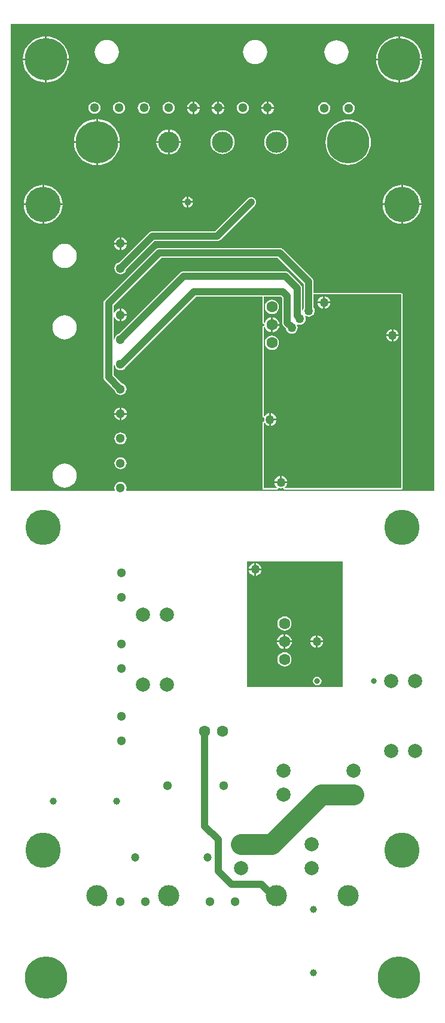
<source format=gbl>
G04*
G04 #@! TF.GenerationSoftware,Altium Limited,Altium Designer,18.1.11 (251)*
G04*
G04 Layer_Physical_Order=2*
G04 Layer_Color=16711680*
%FSLAX25Y25*%
%MOIN*%
G70*
G01*
G75*
%ADD13C,0.03937*%
%ADD58C,0.11811*%
%ADD61C,0.05118*%
%ADD62C,0.23622*%
%ADD63C,0.19685*%
%ADD64C,0.11811*%
%ADD65C,0.03150*%
%ADD66C,0.06299*%
%ADD67C,0.07874*%
%ADD68C,0.03937*%
%ADD69C,0.04724*%
%ADD70C,0.05000*%
G36*
X284110Y551181D02*
X284110Y291000D01*
X112547Y291000D01*
X112269Y291416D01*
X112402Y291737D01*
X112517Y292610D01*
X112402Y293484D01*
X112065Y294298D01*
X111528Y294997D01*
X110829Y295533D01*
X110015Y295871D01*
X109142Y295986D01*
X108268Y295871D01*
X107454Y295533D01*
X106755Y294997D01*
X106219Y294298D01*
X105881Y293484D01*
X105766Y292610D01*
X105881Y291737D01*
X106014Y291416D01*
X105736Y291000D01*
X47890Y291000D01*
X47890Y551181D01*
X284110Y551181D01*
D02*
G37*
G36*
X233000Y251500D02*
Y181500D01*
X179500Y181500D01*
Y251500D01*
X233000Y251500D01*
D02*
G37*
%LPC*%
G36*
X264925Y544307D02*
Y531996D01*
X277237D01*
X277118Y533506D01*
X276647Y535467D01*
X275875Y537330D01*
X274822Y539049D01*
X273512Y540583D01*
X271979Y541892D01*
X270259Y542946D01*
X268396Y543718D01*
X266436Y544188D01*
X264925Y544307D01*
D02*
G37*
G36*
X68075D02*
Y531996D01*
X80386D01*
X80267Y533506D01*
X79796Y535467D01*
X79025Y537330D01*
X77971Y539049D01*
X76662Y540583D01*
X75128Y541892D01*
X73409Y542946D01*
X71546Y543718D01*
X69585Y544188D01*
X68075Y544307D01*
D02*
G37*
G36*
X263925D02*
X262415Y544188D01*
X260454Y543718D01*
X258591Y542946D01*
X256872Y541892D01*
X255338Y540583D01*
X254029Y539049D01*
X252975Y537330D01*
X252203Y535467D01*
X251733Y533506D01*
X251614Y531996D01*
X263925D01*
Y544307D01*
D02*
G37*
G36*
X67075D02*
X65565Y544188D01*
X63604Y543718D01*
X61741Y542946D01*
X60021Y541892D01*
X58488Y540583D01*
X57178Y539049D01*
X56125Y537330D01*
X55353Y535467D01*
X54882Y533506D01*
X54764Y531996D01*
X67075D01*
Y544307D01*
D02*
G37*
G36*
X184169Y542367D02*
X182857Y542238D01*
X181596Y541855D01*
X180433Y541234D01*
X179414Y540397D01*
X178577Y539378D01*
X177956Y538215D01*
X177573Y536954D01*
X177444Y535642D01*
X177573Y534330D01*
X177956Y533068D01*
X178577Y531905D01*
X179414Y530886D01*
X180433Y530050D01*
X181596Y529428D01*
X182857Y529046D01*
X184169Y528916D01*
X185481Y529046D01*
X186743Y529428D01*
X187906Y530050D01*
X188925Y530886D01*
X189761Y531905D01*
X190383Y533068D01*
X190765Y534330D01*
X190895Y535642D01*
X190765Y536954D01*
X190383Y538215D01*
X189761Y539378D01*
X188925Y540397D01*
X187906Y541234D01*
X186743Y541855D01*
X185481Y542238D01*
X184169Y542367D01*
D02*
G37*
G36*
X101492D02*
X100180Y542238D01*
X98918Y541855D01*
X97756Y541234D01*
X96737Y540397D01*
X95900Y539378D01*
X95279Y538215D01*
X94896Y536954D01*
X94767Y535642D01*
X94896Y534330D01*
X95279Y533068D01*
X95900Y531905D01*
X96737Y530886D01*
X97756Y530050D01*
X98918Y529428D01*
X100180Y529046D01*
X101492Y528916D01*
X102804Y529046D01*
X104066Y529428D01*
X105228Y530050D01*
X106248Y530886D01*
X107084Y531905D01*
X107705Y533068D01*
X108088Y534330D01*
X108217Y535642D01*
X108088Y536954D01*
X107705Y538215D01*
X107084Y539378D01*
X106248Y540397D01*
X105228Y541234D01*
X104066Y541855D01*
X102804Y542238D01*
X101492Y542367D01*
D02*
G37*
G36*
X229500Y542225D02*
X228188Y542096D01*
X226926Y541713D01*
X225764Y541092D01*
X224745Y540255D01*
X223908Y539236D01*
X223287Y538074D01*
X222904Y536812D01*
X222775Y535500D01*
X222904Y534188D01*
X223287Y532926D01*
X223908Y531764D01*
X224745Y530745D01*
X225764Y529908D01*
X226926Y529287D01*
X228188Y528904D01*
X229500Y528775D01*
X230812Y528904D01*
X232074Y529287D01*
X233236Y529908D01*
X234256Y530745D01*
X235092Y531764D01*
X235713Y532926D01*
X236096Y534188D01*
X236225Y535500D01*
X236096Y536812D01*
X235713Y538074D01*
X235092Y539236D01*
X234256Y540255D01*
X233236Y541092D01*
X232074Y541713D01*
X230812Y542096D01*
X229500Y542225D01*
D02*
G37*
G36*
X277237Y530996D02*
X264925D01*
Y518685D01*
X266436Y518804D01*
X268396Y519274D01*
X270259Y520046D01*
X271979Y521100D01*
X273512Y522409D01*
X274822Y523943D01*
X275875Y525662D01*
X276647Y527525D01*
X277118Y529486D01*
X277237Y530996D01*
D02*
G37*
G36*
X80386D02*
X68075D01*
Y518685D01*
X69585Y518804D01*
X71546Y519274D01*
X73409Y520046D01*
X75128Y521100D01*
X76662Y522409D01*
X77971Y523943D01*
X79025Y525662D01*
X79796Y527525D01*
X80267Y529486D01*
X80386Y530996D01*
D02*
G37*
G36*
X263925D02*
X251614D01*
X251733Y529486D01*
X252203Y527525D01*
X252975Y525662D01*
X254029Y523943D01*
X255338Y522409D01*
X256872Y521100D01*
X258591Y520046D01*
X260454Y519274D01*
X262415Y518804D01*
X263925Y518685D01*
Y530996D01*
D02*
G37*
G36*
X67075D02*
X54764D01*
X54882Y529486D01*
X55353Y527525D01*
X56125Y525662D01*
X57178Y523943D01*
X58488Y522409D01*
X60021Y521100D01*
X61741Y520046D01*
X63604Y519274D01*
X65565Y518804D01*
X67075Y518685D01*
Y530996D01*
D02*
G37*
G36*
X191559Y508024D02*
Y505000D01*
X194583D01*
X194527Y505429D01*
X194168Y506295D01*
X193597Y507038D01*
X192854Y507609D01*
X191988Y507967D01*
X191559Y508024D01*
D02*
G37*
G36*
X190559D02*
X190130Y507967D01*
X189264Y507609D01*
X188521Y507038D01*
X187950Y506295D01*
X187592Y505429D01*
X187535Y505000D01*
X190559D01*
Y508024D01*
D02*
G37*
G36*
X164000D02*
Y505000D01*
X167024D01*
X166967Y505429D01*
X166609Y506295D01*
X166038Y507038D01*
X165295Y507609D01*
X164429Y507967D01*
X164000Y508024D01*
D02*
G37*
G36*
X163000D02*
X162571Y507967D01*
X161705Y507609D01*
X160962Y507038D01*
X160391Y506295D01*
X160033Y505429D01*
X159976Y505000D01*
X163000D01*
Y508024D01*
D02*
G37*
G36*
X150221D02*
Y505000D01*
X153244D01*
X153188Y505429D01*
X152829Y506295D01*
X152259Y507038D01*
X151515Y507609D01*
X150650Y507967D01*
X150221Y508024D01*
D02*
G37*
G36*
X149221D02*
X148791Y507967D01*
X147926Y507609D01*
X147182Y507038D01*
X146612Y506295D01*
X146253Y505429D01*
X146196Y505000D01*
X149221D01*
Y508024D01*
D02*
G37*
G36*
X177279Y507875D02*
X176406Y507760D01*
X175592Y507423D01*
X174893Y506887D01*
X174356Y506188D01*
X174019Y505374D01*
X173904Y504500D01*
X174019Y503626D01*
X174356Y502812D01*
X174893Y502113D01*
X175592Y501577D01*
X176406Y501240D01*
X177279Y501125D01*
X178153Y501240D01*
X178967Y501577D01*
X179666Y502113D01*
X180203Y502812D01*
X180540Y503626D01*
X180655Y504500D01*
X180540Y505374D01*
X180203Y506188D01*
X179666Y506887D01*
X178967Y507423D01*
X178153Y507760D01*
X177279Y507875D01*
D02*
G37*
G36*
X135941D02*
X135067Y507760D01*
X134253Y507423D01*
X133554Y506887D01*
X133018Y506188D01*
X132681Y505374D01*
X132566Y504500D01*
X132681Y503626D01*
X133018Y502812D01*
X133554Y502113D01*
X134253Y501577D01*
X135067Y501240D01*
X135941Y501125D01*
X136815Y501240D01*
X137629Y501577D01*
X138328Y502113D01*
X138864Y502812D01*
X139201Y503626D01*
X139316Y504500D01*
X139201Y505374D01*
X138864Y506188D01*
X138328Y506887D01*
X137629Y507423D01*
X136815Y507760D01*
X135941Y507875D01*
D02*
G37*
G36*
X122161D02*
X121288Y507760D01*
X120474Y507423D01*
X119775Y506887D01*
X119238Y506188D01*
X118901Y505374D01*
X118786Y504500D01*
X118901Y503626D01*
X119238Y502812D01*
X119775Y502113D01*
X120474Y501577D01*
X121288Y501240D01*
X122161Y501125D01*
X123035Y501240D01*
X123849Y501577D01*
X124548Y502113D01*
X125084Y502812D01*
X125422Y503626D01*
X125537Y504500D01*
X125422Y505374D01*
X125084Y506188D01*
X124548Y506887D01*
X123849Y507423D01*
X123035Y507760D01*
X122161Y507875D01*
D02*
G37*
G36*
X108382D02*
X107508Y507760D01*
X106694Y507423D01*
X105995Y506887D01*
X105459Y506188D01*
X105122Y505374D01*
X105007Y504500D01*
X105122Y503626D01*
X105459Y502812D01*
X105995Y502113D01*
X106694Y501577D01*
X107508Y501240D01*
X108382Y501125D01*
X109256Y501240D01*
X110070Y501577D01*
X110769Y502113D01*
X111305Y502812D01*
X111642Y503626D01*
X111757Y504500D01*
X111642Y505374D01*
X111305Y506188D01*
X110769Y506887D01*
X110070Y507423D01*
X109256Y507760D01*
X108382Y507875D01*
D02*
G37*
G36*
X94602D02*
X93729Y507760D01*
X92915Y507423D01*
X92216Y506887D01*
X91679Y506188D01*
X91342Y505374D01*
X91227Y504500D01*
X91342Y503626D01*
X91679Y502812D01*
X92216Y502113D01*
X92915Y501577D01*
X93729Y501240D01*
X94602Y501125D01*
X95476Y501240D01*
X96290Y501577D01*
X96989Y502113D01*
X97526Y502812D01*
X97863Y503626D01*
X97978Y504500D01*
X97863Y505374D01*
X97526Y506188D01*
X96989Y506887D01*
X96290Y507423D01*
X95476Y507760D01*
X94602Y507875D01*
D02*
G37*
G36*
X236390Y507734D02*
X235516Y507619D01*
X234702Y507281D01*
X234003Y506745D01*
X233467Y506046D01*
X233129Y505232D01*
X233014Y504358D01*
X233129Y503485D01*
X233467Y502671D01*
X234003Y501972D01*
X234702Y501435D01*
X235516Y501098D01*
X236390Y500983D01*
X237263Y501098D01*
X238077Y501435D01*
X238776Y501972D01*
X239313Y502671D01*
X239650Y503485D01*
X239765Y504358D01*
X239650Y505232D01*
X239313Y506046D01*
X238776Y506745D01*
X238077Y507281D01*
X237263Y507619D01*
X236390Y507734D01*
D02*
G37*
G36*
X222610D02*
X221737Y507619D01*
X220923Y507281D01*
X220223Y506745D01*
X219687Y506046D01*
X219350Y505232D01*
X219235Y504358D01*
X219350Y503485D01*
X219687Y502671D01*
X220223Y501972D01*
X220923Y501435D01*
X221737Y501098D01*
X222610Y500983D01*
X223484Y501098D01*
X224298Y501435D01*
X224997Y501972D01*
X225533Y502671D01*
X225871Y503485D01*
X225986Y504358D01*
X225871Y505232D01*
X225533Y506046D01*
X224997Y506745D01*
X224298Y507281D01*
X223484Y507619D01*
X222610Y507734D01*
D02*
G37*
G36*
X194583Y504000D02*
X191559D01*
Y500976D01*
X191988Y501033D01*
X192854Y501391D01*
X193597Y501962D01*
X194168Y502705D01*
X194527Y503571D01*
X194583Y504000D01*
D02*
G37*
G36*
X190559D02*
X187535D01*
X187592Y503571D01*
X187950Y502705D01*
X188521Y501962D01*
X189264Y501391D01*
X190130Y501033D01*
X190559Y500976D01*
Y504000D01*
D02*
G37*
G36*
X167024D02*
X164000D01*
Y500976D01*
X164429Y501033D01*
X165295Y501391D01*
X166038Y501962D01*
X166609Y502705D01*
X166967Y503571D01*
X167024Y504000D01*
D02*
G37*
G36*
X163000D02*
X159976D01*
X160033Y503571D01*
X160391Y502705D01*
X160962Y501962D01*
X161705Y501391D01*
X162571Y501033D01*
X163000Y500976D01*
Y504000D01*
D02*
G37*
G36*
X153244D02*
X150221D01*
Y500976D01*
X150650Y501033D01*
X151515Y501391D01*
X152259Y501962D01*
X152829Y502705D01*
X153188Y503571D01*
X153244Y504000D01*
D02*
G37*
G36*
X149221D02*
X146196D01*
X146253Y503571D01*
X146612Y502705D01*
X147182Y501962D01*
X147926Y501391D01*
X148791Y501033D01*
X149221Y500976D01*
Y504000D01*
D02*
G37*
G36*
X136500Y492283D02*
Y485894D01*
X142890D01*
X142806Y486747D01*
X142411Y488049D01*
X141770Y489249D01*
X140907Y490300D01*
X139855Y491163D01*
X138655Y491804D01*
X137354Y492199D01*
X136500Y492283D01*
D02*
G37*
G36*
X96500Y498205D02*
Y485894D01*
X108811D01*
X108693Y487404D01*
X108222Y489365D01*
X107450Y491228D01*
X106396Y492947D01*
X105087Y494481D01*
X103553Y495790D01*
X101834Y496844D01*
X99971Y497615D01*
X98010Y498086D01*
X96500Y498205D01*
D02*
G37*
G36*
X135500Y492283D02*
X134646Y492199D01*
X133345Y491804D01*
X132145Y491163D01*
X131094Y490300D01*
X130231Y489249D01*
X129589Y488049D01*
X129194Y486747D01*
X129110Y485894D01*
X135500D01*
Y492283D01*
D02*
G37*
G36*
X95500Y498205D02*
X93990Y498086D01*
X92029Y497615D01*
X90166Y496844D01*
X88447Y495790D01*
X86913Y494481D01*
X85604Y492947D01*
X84550Y491228D01*
X83778Y489365D01*
X83308Y487404D01*
X83189Y485894D01*
X95500D01*
Y498205D01*
D02*
G37*
G36*
X196000Y492119D02*
X194688Y491990D01*
X193426Y491607D01*
X192264Y490986D01*
X191245Y490149D01*
X190408Y489130D01*
X189787Y487967D01*
X189404Y486706D01*
X189275Y485394D01*
X189404Y484082D01*
X189787Y482820D01*
X190408Y481657D01*
X191245Y480638D01*
X192264Y479802D01*
X193426Y479180D01*
X194688Y478798D01*
X196000Y478668D01*
X197312Y478798D01*
X198574Y479180D01*
X199736Y479802D01*
X200756Y480638D01*
X201592Y481657D01*
X202214Y482820D01*
X202596Y484082D01*
X202725Y485394D01*
X202596Y486706D01*
X202214Y487967D01*
X201592Y489130D01*
X200756Y490149D01*
X199736Y490986D01*
X198574Y491607D01*
X197312Y491990D01*
X196000Y492119D01*
D02*
G37*
G36*
X166000D02*
X164688Y491990D01*
X163426Y491607D01*
X162264Y490986D01*
X161245Y490149D01*
X160408Y489130D01*
X159787Y487967D01*
X159404Y486706D01*
X159275Y485394D01*
X159404Y484082D01*
X159787Y482820D01*
X160408Y481657D01*
X161245Y480638D01*
X162264Y479802D01*
X163426Y479180D01*
X164688Y478798D01*
X166000Y478668D01*
X167312Y478798D01*
X168574Y479180D01*
X169737Y479802D01*
X170756Y480638D01*
X171592Y481657D01*
X172213Y482820D01*
X172596Y484082D01*
X172725Y485394D01*
X172596Y486706D01*
X172213Y487967D01*
X171592Y489130D01*
X170756Y490149D01*
X169737Y490986D01*
X168574Y491607D01*
X167312Y491990D01*
X166000Y492119D01*
D02*
G37*
G36*
X135500Y484894D02*
X129110D01*
X129194Y484040D01*
X129589Y482738D01*
X130231Y481539D01*
X131094Y480487D01*
X132145Y479624D01*
X133345Y478983D01*
X134646Y478588D01*
X135500Y478504D01*
Y484894D01*
D02*
G37*
G36*
X142890D02*
X136500D01*
Y478504D01*
X137354Y478588D01*
X138655Y478983D01*
X139855Y479624D01*
X140907Y480487D01*
X141770Y481539D01*
X142411Y482738D01*
X142806Y484040D01*
X142890Y484894D01*
D02*
G37*
G36*
X236000Y498031D02*
X234023Y497875D01*
X232095Y497413D01*
X230263Y496654D01*
X228572Y495618D01*
X227064Y494330D01*
X225776Y492822D01*
X224740Y491131D01*
X223981Y489299D01*
X223518Y487371D01*
X223363Y485394D01*
X223518Y483417D01*
X223981Y481489D01*
X224740Y479657D01*
X225776Y477966D01*
X227064Y476458D01*
X228572Y475170D01*
X230263Y474134D01*
X232095Y473375D01*
X234023Y472912D01*
X236000Y472756D01*
X237977Y472912D01*
X239905Y473375D01*
X241737Y474134D01*
X243428Y475170D01*
X244936Y476458D01*
X246224Y477966D01*
X247260Y479657D01*
X248019Y481489D01*
X248482Y483417D01*
X248638Y485394D01*
X248482Y487371D01*
X248019Y489299D01*
X247260Y491131D01*
X246224Y492822D01*
X244936Y494330D01*
X243428Y495618D01*
X241737Y496654D01*
X239905Y497413D01*
X237977Y497875D01*
X236000Y498031D01*
D02*
G37*
G36*
X95500Y484894D02*
X83189D01*
X83308Y483383D01*
X83778Y481423D01*
X84550Y479560D01*
X85604Y477840D01*
X86913Y476307D01*
X88447Y474997D01*
X90166Y473944D01*
X92029Y473172D01*
X93990Y472701D01*
X95500Y472582D01*
Y484894D01*
D02*
G37*
G36*
X108811D02*
X96500D01*
Y472582D01*
X98010Y472701D01*
X99971Y473172D01*
X101834Y473944D01*
X103553Y474997D01*
X105087Y476307D01*
X106396Y477840D01*
X107450Y479560D01*
X108222Y481423D01*
X108693Y483383D01*
X108811Y484894D01*
D02*
G37*
G36*
X147067Y454928D02*
Y452500D01*
X149495D01*
X149459Y452775D01*
X149160Y453497D01*
X148684Y454117D01*
X148064Y454593D01*
X147342Y454892D01*
X147067Y454928D01*
D02*
G37*
G36*
X146067D02*
X145792Y454892D01*
X145070Y454593D01*
X144450Y454117D01*
X143974Y453497D01*
X143675Y452775D01*
X143639Y452500D01*
X146067D01*
Y454928D01*
D02*
G37*
G36*
X66500Y461467D02*
Y451130D01*
X76837D01*
X76742Y452331D01*
X76344Y453991D01*
X75691Y455568D01*
X74799Y457023D01*
X73691Y458320D01*
X72393Y459429D01*
X70938Y460321D01*
X69361Y460974D01*
X67702Y461372D01*
X66500Y461467D01*
D02*
G37*
G36*
X65500D02*
X64299Y461372D01*
X62639Y460974D01*
X61063Y460321D01*
X59607Y459429D01*
X58310Y458320D01*
X57201Y457023D01*
X56309Y455568D01*
X55656Y453991D01*
X55258Y452331D01*
X55163Y451130D01*
X65500D01*
Y461467D01*
D02*
G37*
G36*
X266500D02*
Y451130D01*
X276837D01*
X276742Y452331D01*
X276344Y453991D01*
X275691Y455568D01*
X274799Y457023D01*
X273691Y458320D01*
X272393Y459429D01*
X270938Y460321D01*
X269361Y460974D01*
X267702Y461372D01*
X266500Y461467D01*
D02*
G37*
G36*
X265500D02*
X264299Y461372D01*
X262639Y460974D01*
X261063Y460321D01*
X259607Y459429D01*
X258310Y458320D01*
X257201Y457023D01*
X256310Y455568D01*
X255656Y453991D01*
X255258Y452331D01*
X255163Y451130D01*
X265500D01*
Y461467D01*
D02*
G37*
G36*
X149495Y451500D02*
X147067D01*
Y449072D01*
X147342Y449108D01*
X148064Y449407D01*
X148684Y449883D01*
X149160Y450503D01*
X149459Y451225D01*
X149495Y451500D01*
D02*
G37*
G36*
X146067D02*
X143639D01*
X143675Y451225D01*
X143974Y450503D01*
X144450Y449883D01*
X145070Y449407D01*
X145792Y449108D01*
X146067Y449072D01*
Y451500D01*
D02*
G37*
G36*
X276837Y450130D02*
X266500D01*
Y439793D01*
X267702Y439888D01*
X269361Y440286D01*
X270938Y440939D01*
X272393Y441831D01*
X273691Y442939D01*
X274799Y444237D01*
X275691Y445692D01*
X276344Y447269D01*
X276742Y448928D01*
X276837Y450130D01*
D02*
G37*
G36*
X76837Y450130D02*
X66500D01*
Y439793D01*
X67702Y439888D01*
X69361Y440286D01*
X70938Y440939D01*
X72393Y441831D01*
X73691Y442939D01*
X74799Y444237D01*
X75691Y445692D01*
X76344Y447269D01*
X76742Y448928D01*
X76837Y450130D01*
D02*
G37*
G36*
X65500D02*
X55163D01*
X55258Y448928D01*
X55656Y447269D01*
X56309Y445692D01*
X57201Y444237D01*
X58310Y442939D01*
X59607Y441831D01*
X61063Y440939D01*
X62639Y440286D01*
X64299Y439888D01*
X65500Y439793D01*
Y450130D01*
D02*
G37*
G36*
X265500Y450130D02*
X255163D01*
X255258Y448928D01*
X255656Y447269D01*
X256310Y445692D01*
X257201Y444237D01*
X258310Y442939D01*
X259607Y441831D01*
X261063Y440939D01*
X262639Y440286D01*
X264299Y439888D01*
X265500Y439793D01*
Y450130D01*
D02*
G37*
G36*
X109642Y432414D02*
Y429390D01*
X112666D01*
X112609Y429819D01*
X112250Y430685D01*
X111680Y431428D01*
X110937Y431999D01*
X110071Y432357D01*
X109642Y432414D01*
D02*
G37*
G36*
X108642D02*
X108213Y432357D01*
X107347Y431999D01*
X106603Y431428D01*
X106033Y430685D01*
X105674Y429819D01*
X105618Y429390D01*
X108642D01*
Y432414D01*
D02*
G37*
G36*
X112666Y428390D02*
X109642D01*
Y425366D01*
X110071Y425422D01*
X110937Y425781D01*
X111680Y426351D01*
X112250Y427095D01*
X112609Y427961D01*
X112666Y428390D01*
D02*
G37*
G36*
X108642D02*
X105618D01*
X105674Y427961D01*
X106033Y427095D01*
X106603Y426351D01*
X107347Y425781D01*
X108213Y425422D01*
X108642Y425366D01*
Y428390D01*
D02*
G37*
G36*
X78000Y428725D02*
X76688Y428596D01*
X75426Y428213D01*
X74264Y427592D01*
X73245Y426756D01*
X72408Y425736D01*
X71787Y424574D01*
X71404Y423312D01*
X71275Y422000D01*
X71404Y420688D01*
X71787Y419426D01*
X72408Y418264D01*
X73245Y417244D01*
X74264Y416408D01*
X75426Y415787D01*
X76688Y415404D01*
X78000Y415275D01*
X79312Y415404D01*
X80574Y415787D01*
X81736Y416408D01*
X82756Y417244D01*
X83592Y418264D01*
X84213Y419426D01*
X84596Y420688D01*
X84725Y422000D01*
X84596Y423312D01*
X84213Y424574D01*
X83592Y425736D01*
X82756Y426756D01*
X81736Y427592D01*
X80574Y428213D01*
X79312Y428596D01*
X78000Y428725D01*
D02*
G37*
G36*
X182000Y454780D02*
X181281Y454685D01*
X180610Y454407D01*
X180034Y453966D01*
X161849Y435780D01*
X127032D01*
X126312Y435685D01*
X125642Y435407D01*
X125066Y434966D01*
X108502Y418401D01*
X108268Y418371D01*
X107454Y418033D01*
X106755Y417497D01*
X106219Y416798D01*
X105881Y415984D01*
X105766Y415110D01*
X105881Y414237D01*
X106219Y413423D01*
X106755Y412723D01*
X107454Y412187D01*
X108268Y411850D01*
X109142Y411735D01*
X110015Y411850D01*
X110829Y412187D01*
X111528Y412723D01*
X112065Y413423D01*
X112402Y414237D01*
X112433Y414470D01*
X128183Y430220D01*
X163000D01*
X163719Y430315D01*
X164390Y430593D01*
X164965Y431035D01*
X183966Y450035D01*
X184407Y450610D01*
X184685Y451281D01*
X184780Y452000D01*
X184685Y452719D01*
X184407Y453390D01*
X183966Y453966D01*
X183390Y454407D01*
X182719Y454685D01*
X182000Y454780D01*
D02*
G37*
G36*
X78000Y388902D02*
X76688Y388773D01*
X75426Y388390D01*
X74264Y387769D01*
X73245Y386933D01*
X72408Y385913D01*
X71787Y384751D01*
X71404Y383489D01*
X71275Y382177D01*
X71404Y380865D01*
X71787Y379604D01*
X72408Y378441D01*
X73245Y377422D01*
X74264Y376585D01*
X75426Y375964D01*
X76688Y375581D01*
X78000Y375452D01*
X79312Y375581D01*
X80574Y375964D01*
X81736Y376585D01*
X82756Y377422D01*
X83592Y378441D01*
X84213Y379604D01*
X84596Y380865D01*
X84725Y382177D01*
X84596Y383489D01*
X84213Y384751D01*
X83592Y385913D01*
X82756Y386933D01*
X81736Y387769D01*
X80574Y388390D01*
X79312Y388773D01*
X78000Y388902D01*
D02*
G37*
G36*
X109642Y337473D02*
Y334449D01*
X112666D01*
X112609Y334878D01*
X112250Y335744D01*
X111680Y336487D01*
X110937Y337058D01*
X110071Y337416D01*
X109642Y337473D01*
D02*
G37*
G36*
X108642D02*
X108213Y337416D01*
X107347Y337058D01*
X106603Y336487D01*
X106033Y335744D01*
X105674Y334878D01*
X105618Y334449D01*
X108642D01*
Y337473D01*
D02*
G37*
G36*
X112666Y333449D02*
X109642D01*
Y330425D01*
X110071Y330481D01*
X110937Y330840D01*
X111680Y331411D01*
X112250Y332154D01*
X112609Y333020D01*
X112666Y333449D01*
D02*
G37*
G36*
X108642D02*
X105618D01*
X105674Y333020D01*
X106033Y332154D01*
X106603Y331411D01*
X107347Y330840D01*
X108213Y330481D01*
X108642Y330425D01*
Y333449D01*
D02*
G37*
G36*
X109142Y323545D02*
X108268Y323430D01*
X107454Y323092D01*
X106755Y322556D01*
X106219Y321857D01*
X105881Y321043D01*
X105766Y320169D01*
X105881Y319296D01*
X106219Y318482D01*
X106755Y317783D01*
X107454Y317246D01*
X108268Y316909D01*
X109142Y316794D01*
X110015Y316909D01*
X110829Y317246D01*
X111528Y317783D01*
X112065Y318482D01*
X112402Y319296D01*
X112517Y320169D01*
X112402Y321043D01*
X112065Y321857D01*
X111528Y322556D01*
X110829Y323092D01*
X110015Y323430D01*
X109142Y323545D01*
D02*
G37*
G36*
Y309765D02*
X108268Y309650D01*
X107454Y309313D01*
X106755Y308776D01*
X106219Y308077D01*
X105881Y307263D01*
X105766Y306390D01*
X105881Y305516D01*
X106219Y304702D01*
X106755Y304003D01*
X107454Y303467D01*
X108268Y303129D01*
X109142Y303014D01*
X110015Y303129D01*
X110829Y303467D01*
X111528Y304003D01*
X112065Y304702D01*
X112402Y305516D01*
X112517Y306390D01*
X112402Y307263D01*
X112065Y308077D01*
X111528Y308776D01*
X110829Y309313D01*
X110015Y309650D01*
X109142Y309765D01*
D02*
G37*
G36*
X78000Y306225D02*
X76688Y306096D01*
X75426Y305713D01*
X74264Y305092D01*
X73245Y304256D01*
X72408Y303236D01*
X71787Y302074D01*
X71404Y300812D01*
X71275Y299500D01*
X71404Y298188D01*
X71787Y296926D01*
X72408Y295764D01*
X73245Y294744D01*
X74264Y293908D01*
X75426Y293287D01*
X76688Y292904D01*
X78000Y292775D01*
X79312Y292904D01*
X80574Y293287D01*
X81736Y293908D01*
X82756Y294744D01*
X83592Y295764D01*
X84213Y296926D01*
X84596Y298188D01*
X84725Y299500D01*
X84596Y300812D01*
X84213Y302074D01*
X83592Y303236D01*
X82756Y304256D01*
X81736Y305092D01*
X80574Y305713D01*
X79312Y306096D01*
X78000Y306225D01*
D02*
G37*
G36*
X197831Y426449D02*
X130669D01*
X129950Y426354D01*
X129279Y426077D01*
X128704Y425635D01*
X100534Y397465D01*
X100093Y396890D01*
X99815Y396219D01*
X99720Y395500D01*
Y354370D01*
X99815Y353651D01*
X100093Y352980D01*
X100534Y352404D01*
X105851Y347088D01*
X105881Y346855D01*
X106219Y346041D01*
X106755Y345342D01*
X107454Y344805D01*
X108268Y344468D01*
X109142Y344353D01*
X110015Y344468D01*
X110829Y344805D01*
X111528Y345342D01*
X112065Y346041D01*
X112402Y346855D01*
X112517Y347728D01*
X112402Y348602D01*
X112065Y349416D01*
X111528Y350115D01*
X110829Y350652D01*
X110015Y350989D01*
X109782Y351019D01*
X105280Y355521D01*
Y361140D01*
X105306Y361172D01*
X105555Y361153D01*
X105831Y361018D01*
X105881Y360634D01*
X106219Y359820D01*
X106755Y359121D01*
X107454Y358585D01*
X108268Y358248D01*
X109142Y358133D01*
X110015Y358248D01*
X110829Y358585D01*
X111528Y359121D01*
X112065Y359820D01*
X112287Y360355D01*
X151151Y399220D01*
X188197D01*
Y384786D01*
X188213Y384708D01*
Y384629D01*
X188243Y384556D01*
X188258Y384479D01*
X188302Y384413D01*
X188332Y384340D01*
X188388Y384284D01*
X188432Y384218D01*
X188498Y384174D01*
X188554Y384119D01*
X188627Y384088D01*
X188693Y384044D01*
X188770Y384029D01*
X188843Y383999D01*
X189264Y383915D01*
X189469Y383500D01*
X189264Y383085D01*
X188843Y383001D01*
X188770Y382971D01*
X188693Y382956D01*
X188627Y382912D01*
X188554Y382881D01*
X188498Y382826D01*
X188432Y382782D01*
X188388Y382716D01*
X188332Y382660D01*
X188302Y382587D01*
X188258Y382521D01*
X188243Y382444D01*
X188213Y382371D01*
Y382292D01*
X188197Y382214D01*
Y332735D01*
X188219Y332625D01*
X188229Y332512D01*
X188250Y332472D01*
X188258Y332428D01*
X188321Y332334D01*
X188373Y332234D01*
X188407Y332205D01*
X188432Y332168D01*
X188526Y332105D01*
X188612Y332032D01*
X188670Y332001D01*
X188779Y331966D01*
X188884Y331920D01*
X189276Y331596D01*
X189163Y330738D01*
X189276Y329880D01*
X188884Y329556D01*
X188779Y329510D01*
X188670Y329476D01*
X188612Y329444D01*
X188526Y329371D01*
X188432Y329309D01*
X188407Y329271D01*
X188373Y329242D01*
X188321Y329142D01*
X188258Y329048D01*
X188250Y329004D01*
X188229Y328964D01*
X188219Y328852D01*
X188197Y328741D01*
Y292500D01*
X188258Y292193D01*
X188432Y291932D01*
X188693Y291758D01*
X189000Y291697D01*
X196178D01*
X196204Y291702D01*
X196230Y291699D01*
X196356Y291733D01*
X196485Y291758D01*
X196507Y291773D01*
X196533Y291780D01*
X196636Y291860D01*
X196745Y291932D01*
X196760Y291954D01*
X196781Y291971D01*
X196847Y292084D01*
X196919Y292193D01*
X196924Y292219D01*
X196938Y292242D01*
X196957Y292299D01*
X197581Y292582D01*
X197642Y292557D01*
X198500Y292444D01*
X199358Y292557D01*
X199419Y292582D01*
X200043Y292299D01*
X200062Y292242D01*
X200076Y292219D01*
X200081Y292193D01*
X200153Y292084D01*
X200219Y291971D01*
X200240Y291954D01*
X200255Y291932D01*
X200363Y291860D01*
X200467Y291780D01*
X200493Y291773D01*
X200515Y291758D01*
X200643Y291733D01*
X200770Y291699D01*
X200796Y291702D01*
X200822Y291697D01*
X265500D01*
X265807Y291758D01*
X266068Y291932D01*
X266242Y292193D01*
X266303Y292500D01*
Y400500D01*
X266242Y400807D01*
X266068Y401068D01*
X265807Y401242D01*
X265500Y401303D01*
X216780D01*
Y407500D01*
X216685Y408219D01*
X216407Y408890D01*
X215966Y409465D01*
X199796Y425635D01*
X199221Y426077D01*
X198550Y426354D01*
X197831Y426449D01*
D02*
G37*
%LPD*%
G36*
X211220Y406349D02*
Y393090D01*
X211188Y393048D01*
X210856Y392248D01*
X210780Y391665D01*
X210280Y391698D01*
Y404000D01*
X210185Y404719D01*
X209907Y405390D01*
X209466Y405966D01*
X202965Y412465D01*
X202390Y412907D01*
X201719Y413185D01*
X201000Y413280D01*
X144354D01*
X143635Y413185D01*
X142964Y412907D01*
X142389Y412465D01*
X108502Y378578D01*
X108268Y378548D01*
X107454Y378210D01*
X106755Y377674D01*
X106219Y376975D01*
X105881Y376161D01*
X105780Y375388D01*
X105280Y375421D01*
Y387784D01*
X105780Y387883D01*
X106033Y387272D01*
X106603Y386529D01*
X107347Y385958D01*
X108213Y385599D01*
X108642Y385543D01*
Y389067D01*
Y392591D01*
X108213Y392534D01*
X107347Y392176D01*
X106603Y391605D01*
X106033Y390862D01*
X105780Y390250D01*
X105280Y390350D01*
Y394349D01*
X131821Y420890D01*
X196679D01*
X211220Y406349D01*
D02*
G37*
G36*
X265500Y292500D02*
X200822D01*
X200653Y293000D01*
X200996Y293264D01*
X201557Y293995D01*
X201910Y294846D01*
X201964Y295260D01*
X195036D01*
X195090Y294846D01*
X195443Y293995D01*
X196004Y293264D01*
X196347Y293000D01*
X196178Y292500D01*
X189000D01*
Y328741D01*
X189057Y328773D01*
X189500Y328870D01*
X189982Y328242D01*
X190713Y327681D01*
X191565Y327328D01*
X191978Y327274D01*
Y330738D01*
Y334203D01*
X191565Y334148D01*
X190713Y333795D01*
X189982Y333234D01*
X189500Y332606D01*
X189057Y332704D01*
X189000Y332735D01*
Y382214D01*
X189500Y382313D01*
X189875Y381407D01*
X190541Y380540D01*
X191407Y379875D01*
X192417Y379457D01*
X193000Y379380D01*
Y383500D01*
Y387620D01*
X192417Y387543D01*
X191407Y387125D01*
X190541Y386459D01*
X189875Y385593D01*
X189500Y384687D01*
X189000Y384786D01*
Y399220D01*
X198542D01*
X199220Y398542D01*
Y384678D01*
X199315Y383958D01*
X199593Y383288D01*
X200034Y382712D01*
X201234Y381512D01*
X201297Y381032D01*
X201629Y380232D01*
X202155Y379545D01*
X202842Y379018D01*
X203642Y378687D01*
X204500Y378574D01*
X205358Y378687D01*
X206158Y379018D01*
X206845Y379545D01*
X207372Y380232D01*
X207703Y381032D01*
X207816Y381890D01*
X207703Y382748D01*
X207413Y383448D01*
X207596Y383712D01*
X207771Y383840D01*
X208142Y383687D01*
X209000Y383574D01*
X209858Y383687D01*
X210658Y384018D01*
X211345Y384545D01*
X211872Y385232D01*
X212203Y386032D01*
X212316Y386890D01*
X212203Y387748D01*
X212025Y388176D01*
X212340Y388462D01*
X212430Y388506D01*
X213201Y388187D01*
X214059Y388074D01*
X214917Y388187D01*
X215717Y388518D01*
X216404Y389045D01*
X216931Y389732D01*
X217262Y390532D01*
X217375Y391390D01*
X217262Y392248D01*
X216931Y393048D01*
X216780Y393244D01*
Y400500D01*
X265500D01*
Y292500D01*
D02*
G37*
%LPC*%
G36*
X109642Y392591D02*
Y389567D01*
X112666D01*
X112609Y389996D01*
X112250Y390862D01*
X111680Y391605D01*
X110937Y392176D01*
X110071Y392534D01*
X109642Y392591D01*
D02*
G37*
G36*
X112666Y388567D02*
X109642D01*
Y385543D01*
X110071Y385599D01*
X110937Y385958D01*
X111680Y386529D01*
X112250Y387272D01*
X112609Y388138D01*
X112666Y388567D01*
D02*
G37*
G36*
X223000Y399464D02*
Y396500D01*
X225964D01*
X225910Y396914D01*
X225557Y397765D01*
X224996Y398496D01*
X224265Y399057D01*
X223414Y399410D01*
X223000Y399464D01*
D02*
G37*
G36*
X222000D02*
X221586Y399410D01*
X220735Y399057D01*
X220004Y398496D01*
X219443Y397765D01*
X219090Y396914D01*
X219036Y396500D01*
X222000D01*
Y399464D01*
D02*
G37*
G36*
X225964Y395500D02*
X223000D01*
Y392536D01*
X223414Y392590D01*
X224265Y392943D01*
X224996Y393504D01*
X225557Y394235D01*
X225910Y395086D01*
X225964Y395500D01*
D02*
G37*
G36*
X222000D02*
X219036D01*
X219090Y395086D01*
X219443Y394235D01*
X220004Y393504D01*
X220735Y392943D01*
X221586Y392590D01*
X222000Y392536D01*
Y395500D01*
D02*
G37*
G36*
X193500Y397471D02*
X192472Y397336D01*
X191515Y396939D01*
X190692Y396308D01*
X190061Y395485D01*
X189664Y394528D01*
X189529Y393500D01*
X189664Y392472D01*
X190061Y391514D01*
X190692Y390692D01*
X191515Y390061D01*
X192472Y389664D01*
X193500Y389529D01*
X194528Y389664D01*
X195485Y390061D01*
X196308Y390692D01*
X196939Y391514D01*
X197336Y392472D01*
X197471Y393500D01*
X197336Y394528D01*
X196939Y395485D01*
X196308Y396308D01*
X195485Y396939D01*
X194528Y397336D01*
X193500Y397471D01*
D02*
G37*
G36*
X194000Y387620D02*
Y384000D01*
X197620D01*
X197543Y384583D01*
X197125Y385593D01*
X196459Y386459D01*
X195593Y387125D01*
X194583Y387543D01*
X194000Y387620D01*
D02*
G37*
G36*
X197620Y383000D02*
X194000D01*
Y379380D01*
X194583Y379457D01*
X195593Y379875D01*
X196459Y380540D01*
X197125Y381407D01*
X197543Y382417D01*
X197620Y383000D01*
D02*
G37*
G36*
X261213Y381114D02*
Y378150D01*
X264177D01*
X264123Y378563D01*
X263770Y379415D01*
X263209Y380146D01*
X262478Y380707D01*
X261626Y381060D01*
X261213Y381114D01*
D02*
G37*
G36*
X260213D02*
X259799Y381060D01*
X258948Y380707D01*
X258217Y380146D01*
X257656Y379415D01*
X257303Y378563D01*
X257248Y378150D01*
X260213D01*
Y381114D01*
D02*
G37*
G36*
X264177Y377150D02*
X261213D01*
Y374185D01*
X261626Y374240D01*
X262478Y374592D01*
X263209Y375153D01*
X263770Y375885D01*
X264123Y376736D01*
X264177Y377150D01*
D02*
G37*
G36*
X260213D02*
X257248D01*
X257303Y376736D01*
X257656Y375885D01*
X258217Y375153D01*
X258948Y374592D01*
X259799Y374240D01*
X260213Y374185D01*
Y377150D01*
D02*
G37*
G36*
X193500Y377471D02*
X192472Y377336D01*
X191515Y376939D01*
X190692Y376308D01*
X190061Y375485D01*
X189664Y374528D01*
X189529Y373500D01*
X189664Y372472D01*
X190061Y371515D01*
X190692Y370692D01*
X191515Y370061D01*
X192472Y369664D01*
X193500Y369529D01*
X194528Y369664D01*
X195485Y370061D01*
X196308Y370692D01*
X196939Y371515D01*
X197336Y372472D01*
X197471Y373500D01*
X197336Y374528D01*
X196939Y375485D01*
X196308Y376308D01*
X195485Y376939D01*
X194528Y377336D01*
X193500Y377471D01*
D02*
G37*
G36*
X192978Y334203D02*
Y331238D01*
X195943D01*
X195888Y331652D01*
X195536Y332503D01*
X194975Y333234D01*
X194244Y333795D01*
X193392Y334148D01*
X192978Y334203D01*
D02*
G37*
G36*
X195943Y330238D02*
X192978D01*
Y327274D01*
X193392Y327328D01*
X194244Y327681D01*
X194975Y328242D01*
X195536Y328973D01*
X195888Y329824D01*
X195943Y330238D01*
D02*
G37*
G36*
X199000Y299224D02*
Y296260D01*
X201964D01*
X201910Y296673D01*
X201557Y297525D01*
X200996Y298256D01*
X200265Y298817D01*
X199414Y299170D01*
X199000Y299224D01*
D02*
G37*
G36*
X198000D02*
X197586Y299170D01*
X196735Y298817D01*
X196004Y298256D01*
X195443Y297525D01*
X195090Y296673D01*
X195036Y296260D01*
X198000D01*
Y299224D01*
D02*
G37*
G36*
X184669Y250657D02*
Y247693D01*
X187634D01*
X187579Y248107D01*
X187226Y248958D01*
X186665Y249689D01*
X185934Y250250D01*
X185083Y250603D01*
X184669Y250657D01*
D02*
G37*
G36*
X183669D02*
X183256Y250603D01*
X182404Y250250D01*
X181673Y249689D01*
X181112Y248958D01*
X180759Y248107D01*
X180705Y247693D01*
X183669D01*
Y250657D01*
D02*
G37*
G36*
X187634Y246693D02*
X184669D01*
Y243728D01*
X185083Y243783D01*
X185934Y244136D01*
X186665Y244697D01*
X187226Y245428D01*
X187579Y246279D01*
X187634Y246693D01*
D02*
G37*
G36*
X183669D02*
X180705D01*
X180759Y246279D01*
X181112Y245428D01*
X181673Y244697D01*
X182404Y244136D01*
X183256Y243783D01*
X183669Y243728D01*
Y246693D01*
D02*
G37*
G36*
X200500Y220971D02*
X199472Y220836D01*
X198514Y220439D01*
X197692Y219808D01*
X197061Y218986D01*
X196664Y218028D01*
X196529Y217000D01*
X196664Y215972D01*
X197061Y215015D01*
X197692Y214192D01*
X198514Y213561D01*
X199472Y213164D01*
X200500Y213029D01*
X201528Y213164D01*
X202485Y213561D01*
X203308Y214192D01*
X203939Y215015D01*
X204336Y215972D01*
X204471Y217000D01*
X204336Y218028D01*
X203939Y218986D01*
X203308Y219808D01*
X202485Y220439D01*
X201528Y220836D01*
X200500Y220971D01*
D02*
G37*
G36*
X201000Y211120D02*
Y207500D01*
X204620D01*
X204543Y208083D01*
X204125Y209093D01*
X203460Y209960D01*
X202593Y210625D01*
X201583Y211043D01*
X201000Y211120D01*
D02*
G37*
G36*
X219000Y210464D02*
Y207500D01*
X221964D01*
X221910Y207914D01*
X221557Y208765D01*
X220996Y209496D01*
X220265Y210057D01*
X219414Y210410D01*
X219000Y210464D01*
D02*
G37*
G36*
X218000D02*
X217586Y210410D01*
X216735Y210057D01*
X216004Y209496D01*
X215443Y208765D01*
X215090Y207914D01*
X215036Y207500D01*
X218000D01*
Y210464D01*
D02*
G37*
G36*
X200000Y211120D02*
X199417Y211043D01*
X198407Y210625D01*
X197540Y209960D01*
X196875Y209093D01*
X196457Y208083D01*
X196380Y207500D01*
X200000D01*
Y211120D01*
D02*
G37*
G36*
X200500Y207000D02*
D01*
D01*
D01*
D02*
G37*
G36*
X221964Y206500D02*
X219000D01*
Y203536D01*
X219414Y203590D01*
X220265Y203943D01*
X220996Y204504D01*
X221557Y205235D01*
X221910Y206086D01*
X221964Y206500D01*
D02*
G37*
G36*
X218000D02*
X215036D01*
X215090Y206086D01*
X215443Y205235D01*
X216004Y204504D01*
X216735Y203943D01*
X217586Y203590D01*
X218000Y203536D01*
Y206500D01*
D02*
G37*
G36*
X204620D02*
X201000D01*
Y202880D01*
X201583Y202957D01*
X202593Y203375D01*
X203460Y204041D01*
X204125Y204907D01*
X204543Y205917D01*
X204620Y206500D01*
D02*
G37*
G36*
X200000D02*
X196380D01*
X196457Y205917D01*
X196875Y204907D01*
X197540Y204041D01*
X198407Y203375D01*
X199417Y202957D01*
X200000Y202880D01*
Y206500D01*
D02*
G37*
G36*
X200500Y200971D02*
X199472Y200836D01*
X198514Y200439D01*
X197692Y199808D01*
X197061Y198986D01*
X196664Y198028D01*
X196529Y197000D01*
X196664Y195972D01*
X197061Y195015D01*
X197692Y194192D01*
X198514Y193561D01*
X199472Y193164D01*
X200500Y193029D01*
X201528Y193164D01*
X202485Y193561D01*
X203308Y194192D01*
X203939Y195015D01*
X204336Y195972D01*
X204471Y197000D01*
X204336Y198028D01*
X203939Y198986D01*
X203308Y199808D01*
X202485Y200439D01*
X201528Y200836D01*
X200500Y200971D01*
D02*
G37*
G36*
X218752Y187408D02*
X217830Y187225D01*
X217049Y186703D01*
X216527Y185922D01*
X216343Y185000D01*
X216527Y184078D01*
X217049Y183297D01*
X217830Y182775D01*
X218752Y182591D01*
X219674Y182775D01*
X220455Y183297D01*
X220977Y184078D01*
X221160Y185000D01*
X220977Y185922D01*
X220455Y186703D01*
X219674Y187225D01*
X218752Y187408D01*
D02*
G37*
%LPD*%
D13*
X163000Y433000D02*
X182000Y452000D01*
X109142Y415110D02*
X127032Y433000D01*
X163000D01*
X150000Y402000D02*
X199694D01*
X109142Y361508D02*
X109461D01*
X110052Y362098D02*
X110098D01*
X109461Y361508D02*
X110052Y362098D01*
X110098D02*
X150000Y402000D01*
X102500Y354370D02*
X109142Y347728D01*
X102500Y354370D02*
Y395500D01*
X130669Y423669D01*
X197831D01*
X144354Y410500D02*
X201000D01*
X109142Y375287D02*
X144354Y410500D01*
X201000D02*
X207500Y404000D01*
X209000Y386890D02*
Y387177D01*
X207500Y388678D02*
X209000Y387177D01*
X207500Y388678D02*
Y404000D01*
X202000Y384678D02*
Y399694D01*
X199694Y402000D02*
X202000Y399694D01*
Y384678D02*
X204500Y382177D01*
Y381890D02*
Y382177D01*
X197831Y423669D02*
X214000Y407500D01*
Y391449D02*
Y407500D01*
Y391449D02*
X214059Y391390D01*
X163500Y79000D02*
Y96500D01*
X171000Y71500D02*
X187684D01*
X163500Y79000D02*
X171000Y71500D01*
X193869Y65315D02*
X196000D01*
X187684Y71500D02*
X193869Y65315D01*
X156000Y104000D02*
X163500Y96500D01*
X156000Y104000D02*
Y157000D01*
D58*
X221000Y121500D02*
X239055D01*
X193349Y93849D02*
X221000Y121500D01*
X176445Y93849D02*
X193349D01*
D61*
X109142Y428890D02*
D03*
Y415110D02*
D03*
X109500Y245390D02*
D03*
Y231610D02*
D03*
X109142Y333949D02*
D03*
Y347728D02*
D03*
Y361508D02*
D03*
Y375287D02*
D03*
Y389067D02*
D03*
Y320169D02*
D03*
Y306390D02*
D03*
Y292610D02*
D03*
X109500Y165279D02*
D03*
Y151500D02*
D03*
X135941Y504500D02*
D03*
X149721D02*
D03*
X163500D02*
D03*
X177279D02*
D03*
X191059D02*
D03*
X122161D02*
D03*
X108382D02*
D03*
X94602D02*
D03*
X109500Y205780D02*
D03*
Y192000D02*
D03*
X236390Y504358D02*
D03*
X222610D02*
D03*
X109110Y61917D02*
D03*
X122890D02*
D03*
X159110D02*
D03*
X172890D02*
D03*
X166748Y126500D02*
D03*
X135252D02*
D03*
D62*
X67575Y531496D02*
D03*
Y19685D02*
D03*
X264425Y531496D02*
D03*
Y19685D02*
D03*
X236000Y485394D02*
D03*
X96000D02*
D03*
D63*
X66000Y450630D02*
D03*
Y90630D02*
D03*
X266000Y450630D02*
D03*
Y90630D02*
D03*
X66000Y270630D02*
D03*
X266000D02*
D03*
D64*
X196000Y485394D02*
D03*
X166000D02*
D03*
X236000Y65315D02*
D03*
X196000D02*
D03*
X136000D02*
D03*
X96000D02*
D03*
X136000Y485394D02*
D03*
D65*
X250248Y185000D02*
D03*
X218752D02*
D03*
D66*
X193500Y373500D02*
D03*
Y383500D02*
D03*
Y393500D02*
D03*
X200500Y197000D02*
D03*
Y207000D02*
D03*
Y217000D02*
D03*
X166000Y157000D02*
D03*
X156000D02*
D03*
D67*
X135000Y222055D02*
D03*
X121614D02*
D03*
X135000Y183000D02*
D03*
X121614D02*
D03*
X260000Y146000D02*
D03*
X273386D02*
D03*
X260000Y185055D02*
D03*
X273386D02*
D03*
X239055Y121500D02*
D03*
Y134886D02*
D03*
X200000Y121500D02*
D03*
Y134886D02*
D03*
X176445Y93849D02*
D03*
Y80463D02*
D03*
X215500Y93849D02*
D03*
Y80463D02*
D03*
D68*
X106933Y118000D02*
D03*
X71500D02*
D03*
X146567Y452000D02*
D03*
X182000D02*
D03*
X216500Y22284D02*
D03*
Y57717D02*
D03*
D69*
X157579Y86500D02*
D03*
X117421D02*
D03*
D70*
X184169Y247193D02*
D03*
X218500Y207000D02*
D03*
X222500Y396000D02*
D03*
X260713Y377650D02*
D03*
X209000Y386890D02*
D03*
X214059Y391390D02*
D03*
X204500Y381890D02*
D03*
X192478Y330738D02*
D03*
X198500Y295760D02*
D03*
M02*

</source>
